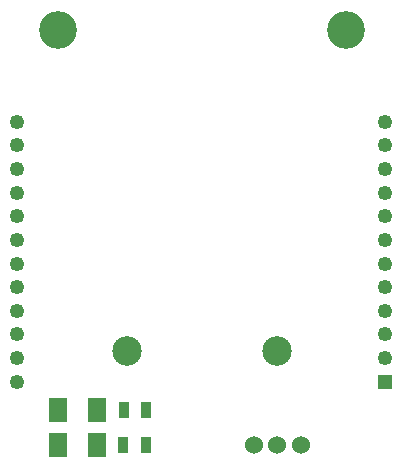
<source format=gbs>
G04 (created by PCBNEW (2013-06-11 BZR 4021)-stable) date Sun 01 Jun 2014 09:44:25 PM CDT*
%MOIN*%
G04 Gerber Fmt 3.4, Leading zero omitted, Abs format*
%FSLAX34Y34*%
G01*
G70*
G90*
G04 APERTURE LIST*
%ADD10C,0.00590551*%
%ADD11R,0.0492126X0.0492126*%
%ADD12C,0.0492126*%
%ADD13C,0.06*%
%ADD14R,0.06X0.08*%
%ADD15R,0.035X0.055*%
%ADD16C,0.0984252*%
%ADD17C,0.125984*%
G04 APERTURE END LIST*
G54D10*
G54D11*
X80551Y-77760D03*
G54D12*
X80551Y-76973D03*
X80551Y-76185D03*
X80551Y-75398D03*
X80551Y-74611D03*
X80551Y-73823D03*
X80551Y-73036D03*
X80551Y-72248D03*
X80551Y-71461D03*
X80551Y-70674D03*
X80551Y-69886D03*
X80551Y-69099D03*
X68268Y-69099D03*
X68268Y-69886D03*
X68268Y-70674D03*
X68268Y-71461D03*
X68268Y-72248D03*
X68268Y-73036D03*
X68268Y-73823D03*
X68268Y-74611D03*
X68268Y-75398D03*
X68268Y-76185D03*
X68268Y-76973D03*
X68268Y-77760D03*
G54D13*
X76163Y-79860D03*
X76950Y-79860D03*
X77737Y-79860D03*
G54D14*
X70932Y-78717D03*
X69632Y-78717D03*
X70932Y-79867D03*
X69632Y-79867D03*
G54D15*
X72570Y-78720D03*
X71820Y-78720D03*
X71815Y-79870D03*
X72565Y-79870D03*
G54D16*
X71945Y-76741D03*
X76945Y-76741D03*
G54D17*
X79244Y-66045D03*
X69645Y-66045D03*
M02*

</source>
